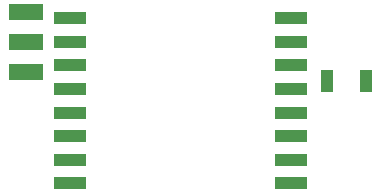
<source format=gtp>
G04 EasyPC Gerber Version 21.0.3 Build 4286 *
G04 #@! TF.Part,Single*
G04 #@! TF.FileFunction,Paste,Top *
G04 #@! TF.FilePolarity,Positive *
%FSLAX35Y35*%
%MOIN*%
G04 #@! TA.AperFunction,SMDPad*
%ADD141R,0.04200X0.07200*%
%ADD139R,0.11011X0.03924*%
%ADD140R,0.11247X0.05200*%
X0Y0D02*
D02*
D139*
X31489Y21922D03*
Y29796D03*
Y37670D03*
Y45544D03*
Y53418D03*
Y61292D03*
Y69166D03*
Y77040D03*
X105111Y21922D03*
Y29796D03*
Y37670D03*
Y45544D03*
Y53418D03*
Y61292D03*
Y69166D03*
Y77040D03*
D02*
D140*
X16800Y59009D03*
Y69009D03*
Y79009D03*
D02*
D141*
X117300Y55981D03*
X130300D03*
X0Y0D02*
M02*

</source>
